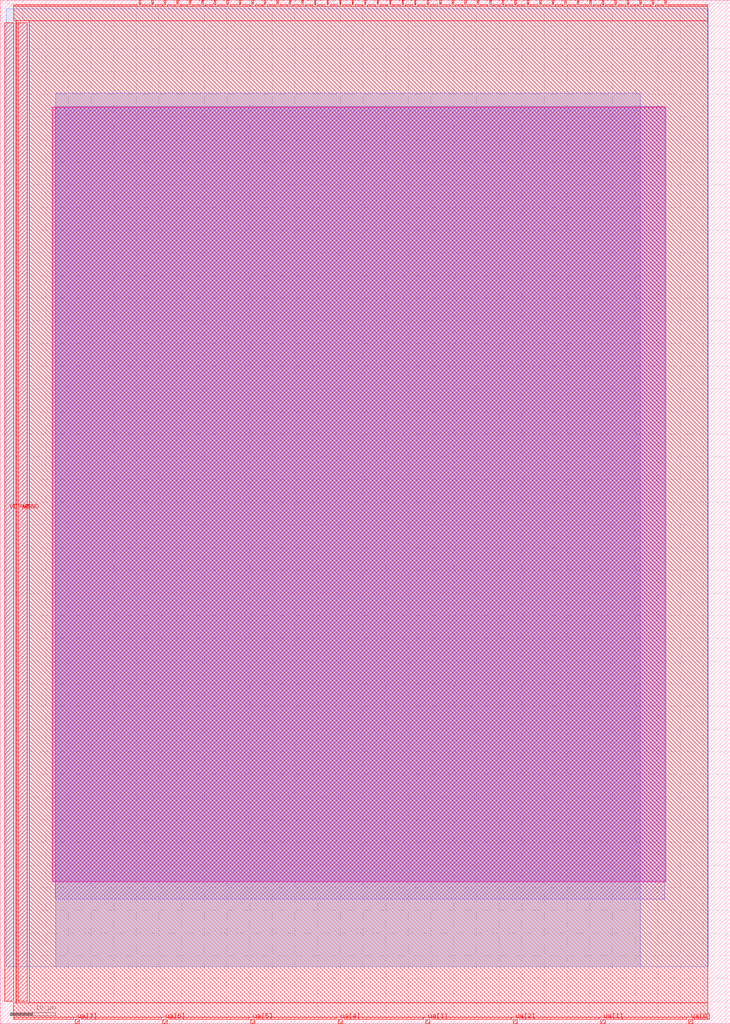
<source format=lef>
VERSION 5.7 ;
  NOWIREEXTENSIONATPIN ON ;
  DIVIDERCHAR "/" ;
  BUSBITCHARS "[]" ;
MACRO tt_um_hugodiasg_temp_sensor_clock_divider
  CLASS BLOCK ;
  FOREIGN tt_um_hugodiasg_temp_sensor_clock_divider ;
  ORIGIN 0.000 0.000 ;
  SIZE 161.000 BY 225.760 ;
  PIN clk
    DIRECTION INPUT ;
    USE SIGNAL ;
    ANTENNAGATEAREA 0.355500 ;
    PORT
      LAYER met4 ;
        RECT 143.830 224.760 144.130 225.760 ;
    END
  END clk
  PIN ena
    DIRECTION INPUT ;
    USE SIGNAL ;
    PORT
      LAYER met4 ;
        RECT 146.590 224.760 146.890 225.760 ;
    END
  END ena
  PIN rst_n
    DIRECTION INPUT ;
    USE SIGNAL ;
    ANTENNAGATEAREA 0.196500 ;
    PORT
      LAYER met4 ;
        RECT 141.070 224.760 141.370 225.760 ;
    END
  END rst_n
  PIN ua[0]
    DIRECTION INOUT ;
    USE SIGNAL ;
    PORT
      LAYER met4 ;
        RECT 151.810 0.000 152.710 1.000 ;
    END
  END ua[0]
  PIN ua[1]
    DIRECTION INOUT ;
    USE SIGNAL ;
    ANTENNAGATEAREA 30.224998 ;
    ANTENNADIFFAREA 18.850000 ;
    PORT
      LAYER met4 ;
        RECT 132.490 0.000 133.390 1.000 ;
    END
  END ua[1]
  PIN ua[2]
    DIRECTION INOUT ;
    USE SIGNAL ;
    ANTENNAGATEAREA 3.000000 ;
    ANTENNADIFFAREA 0.580000 ;
    PORT
      LAYER met4 ;
        RECT 113.170 0.000 114.070 1.000 ;
    END
  END ua[2]
  PIN ua[3]
    DIRECTION INOUT ;
    USE SIGNAL ;
    ANTENNAGATEAREA 4.225000 ;
    ANTENNADIFFAREA 12.156000 ;
    PORT
      LAYER met4 ;
        RECT 93.850 0.000 94.750 1.000 ;
    END
  END ua[3]
  PIN ua[4]
    DIRECTION INOUT ;
    USE SIGNAL ;
    PORT
      LAYER met4 ;
        RECT 74.530 0.000 75.430 1.000 ;
    END
  END ua[4]
  PIN ua[5]
    DIRECTION INOUT ;
    USE SIGNAL ;
    PORT
      LAYER met4 ;
        RECT 55.210 0.000 56.110 1.000 ;
    END
  END ua[5]
  PIN ua[6]
    DIRECTION INOUT ;
    USE SIGNAL ;
    PORT
      LAYER met4 ;
        RECT 35.890 0.000 36.790 1.000 ;
    END
  END ua[6]
  PIN ua[7]
    DIRECTION INOUT ;
    USE SIGNAL ;
    PORT
      LAYER met4 ;
        RECT 16.570 0.000 17.470 1.000 ;
    END
  END ua[7]
  PIN ui_in[0]
    DIRECTION INPUT ;
    USE SIGNAL ;
    ANTENNAGATEAREA 0.196500 ;
    PORT
      LAYER met4 ;
        RECT 138.310 224.760 138.610 225.760 ;
    END
  END ui_in[0]
  PIN ui_in[1]
    DIRECTION INPUT ;
    USE SIGNAL ;
    ANTENNAGATEAREA 0.196500 ;
    PORT
      LAYER met4 ;
        RECT 135.550 224.760 135.850 225.760 ;
    END
  END ui_in[1]
  PIN ui_in[2]
    DIRECTION INPUT ;
    USE SIGNAL ;
    ANTENNAGATEAREA 0.196500 ;
    PORT
      LAYER met4 ;
        RECT 132.790 224.760 133.090 225.760 ;
    END
  END ui_in[2]
  PIN ui_in[3]
    DIRECTION INPUT ;
    USE SIGNAL ;
    ANTENNAGATEAREA 0.213000 ;
    PORT
      LAYER met4 ;
        RECT 130.030 224.760 130.330 225.760 ;
    END
  END ui_in[3]
  PIN ui_in[4]
    DIRECTION INPUT ;
    USE SIGNAL ;
    ANTENNAGATEAREA 0.247500 ;
    PORT
      LAYER met4 ;
        RECT 127.270 224.760 127.570 225.760 ;
    END
  END ui_in[4]
  PIN ui_in[5]
    DIRECTION INPUT ;
    USE SIGNAL ;
    ANTENNAGATEAREA 0.196500 ;
    PORT
      LAYER met4 ;
        RECT 124.510 224.760 124.810 225.760 ;
    END
  END ui_in[5]
  PIN ui_in[6]
    DIRECTION INPUT ;
    USE SIGNAL ;
    ANTENNAGATEAREA 0.247500 ;
    PORT
      LAYER met4 ;
        RECT 121.750 224.760 122.050 225.760 ;
    END
  END ui_in[6]
  PIN ui_in[7]
    DIRECTION INPUT ;
    USE SIGNAL ;
    ANTENNAGATEAREA 0.247500 ;
    PORT
      LAYER met4 ;
        RECT 118.990 224.760 119.290 225.760 ;
    END
  END ui_in[7]
  PIN uio_in[0]
    DIRECTION INPUT ;
    USE SIGNAL ;
    PORT
      LAYER met4 ;
        RECT 116.230 224.760 116.530 225.760 ;
    END
  END uio_in[0]
  PIN uio_in[1]
    DIRECTION INPUT ;
    USE SIGNAL ;
    PORT
      LAYER met4 ;
        RECT 113.470 224.760 113.770 225.760 ;
    END
  END uio_in[1]
  PIN uio_in[2]
    DIRECTION INPUT ;
    USE SIGNAL ;
    PORT
      LAYER met4 ;
        RECT 110.710 224.760 111.010 225.760 ;
    END
  END uio_in[2]
  PIN uio_in[3]
    DIRECTION INPUT ;
    USE SIGNAL ;
    PORT
      LAYER met4 ;
        RECT 107.950 224.760 108.250 225.760 ;
    END
  END uio_in[3]
  PIN uio_in[4]
    DIRECTION INPUT ;
    USE SIGNAL ;
    PORT
      LAYER met4 ;
        RECT 105.190 224.760 105.490 225.760 ;
    END
  END uio_in[4]
  PIN uio_in[5]
    DIRECTION INPUT ;
    USE SIGNAL ;
    PORT
      LAYER met4 ;
        RECT 102.430 224.760 102.730 225.760 ;
    END
  END uio_in[5]
  PIN uio_in[6]
    DIRECTION INPUT ;
    USE SIGNAL ;
    PORT
      LAYER met4 ;
        RECT 99.670 224.760 99.970 225.760 ;
    END
  END uio_in[6]
  PIN uio_in[7]
    DIRECTION INPUT ;
    USE SIGNAL ;
    PORT
      LAYER met4 ;
        RECT 96.910 224.760 97.210 225.760 ;
    END
  END uio_in[7]
  PIN uio_oe[0]
    DIRECTION OUTPUT ;
    USE SIGNAL ;
    PORT
      LAYER met4 ;
        RECT 49.990 224.760 50.290 225.760 ;
    END
  END uio_oe[0]
  PIN uio_oe[1]
    DIRECTION OUTPUT ;
    USE SIGNAL ;
    PORT
      LAYER met4 ;
        RECT 47.230 224.760 47.530 225.760 ;
    END
  END uio_oe[1]
  PIN uio_oe[2]
    DIRECTION OUTPUT ;
    USE SIGNAL ;
    PORT
      LAYER met4 ;
        RECT 44.470 224.760 44.770 225.760 ;
    END
  END uio_oe[2]
  PIN uio_oe[3]
    DIRECTION OUTPUT ;
    USE SIGNAL ;
    PORT
      LAYER met4 ;
        RECT 41.710 224.760 42.010 225.760 ;
    END
  END uio_oe[3]
  PIN uio_oe[4]
    DIRECTION OUTPUT ;
    USE SIGNAL ;
    PORT
      LAYER met4 ;
        RECT 38.950 224.760 39.250 225.760 ;
    END
  END uio_oe[4]
  PIN uio_oe[5]
    DIRECTION OUTPUT ;
    USE SIGNAL ;
    PORT
      LAYER met4 ;
        RECT 36.190 224.760 36.490 225.760 ;
    END
  END uio_oe[5]
  PIN uio_oe[6]
    DIRECTION OUTPUT ;
    USE SIGNAL ;
    PORT
      LAYER met4 ;
        RECT 33.430 224.760 33.730 225.760 ;
    END
  END uio_oe[6]
  PIN uio_oe[7]
    DIRECTION OUTPUT ;
    USE SIGNAL ;
    PORT
      LAYER met4 ;
        RECT 30.670 224.760 30.970 225.760 ;
    END
  END uio_oe[7]
  PIN uio_out[0]
    DIRECTION OUTPUT ;
    USE SIGNAL ;
    PORT
      LAYER met4 ;
        RECT 72.070 224.760 72.370 225.760 ;
    END
  END uio_out[0]
  PIN uio_out[1]
    DIRECTION OUTPUT ;
    USE SIGNAL ;
    PORT
      LAYER met4 ;
        RECT 69.310 224.760 69.610 225.760 ;
    END
  END uio_out[1]
  PIN uio_out[2]
    DIRECTION OUTPUT ;
    USE SIGNAL ;
    PORT
      LAYER met4 ;
        RECT 66.550 224.760 66.850 225.760 ;
    END
  END uio_out[2]
  PIN uio_out[3]
    DIRECTION OUTPUT ;
    USE SIGNAL ;
    PORT
      LAYER met4 ;
        RECT 63.790 224.760 64.090 225.760 ;
    END
  END uio_out[3]
  PIN uio_out[4]
    DIRECTION OUTPUT ;
    USE SIGNAL ;
    PORT
      LAYER met4 ;
        RECT 61.030 224.760 61.330 225.760 ;
    END
  END uio_out[4]
  PIN uio_out[5]
    DIRECTION OUTPUT ;
    USE SIGNAL ;
    PORT
      LAYER met4 ;
        RECT 58.270 224.760 58.570 225.760 ;
    END
  END uio_out[5]
  PIN uio_out[6]
    DIRECTION OUTPUT ;
    USE SIGNAL ;
    PORT
      LAYER met4 ;
        RECT 55.510 224.760 55.810 225.760 ;
    END
  END uio_out[6]
  PIN uio_out[7]
    DIRECTION OUTPUT ;
    USE SIGNAL ;
    PORT
      LAYER met4 ;
        RECT 52.750 224.760 53.050 225.760 ;
    END
  END uio_out[7]
  PIN uo_out[0]
    DIRECTION OUTPUT ;
    USE SIGNAL ;
    ANTENNADIFFAREA 0.891000 ;
    PORT
      LAYER met4 ;
        RECT 94.150 224.760 94.450 225.760 ;
    END
  END uo_out[0]
  PIN uo_out[1]
    DIRECTION OUTPUT ;
    USE SIGNAL ;
    PORT
      LAYER met4 ;
        RECT 91.390 224.760 91.690 225.760 ;
    END
  END uo_out[1]
  PIN uo_out[2]
    DIRECTION OUTPUT ;
    USE SIGNAL ;
    PORT
      LAYER met4 ;
        RECT 88.630 224.760 88.930 225.760 ;
    END
  END uo_out[2]
  PIN uo_out[3]
    DIRECTION OUTPUT ;
    USE SIGNAL ;
    PORT
      LAYER met4 ;
        RECT 85.870 224.760 86.170 225.760 ;
    END
  END uo_out[3]
  PIN uo_out[4]
    DIRECTION OUTPUT ;
    USE SIGNAL ;
    PORT
      LAYER met4 ;
        RECT 83.110 224.760 83.410 225.760 ;
    END
  END uo_out[4]
  PIN uo_out[5]
    DIRECTION OUTPUT ;
    USE SIGNAL ;
    PORT
      LAYER met4 ;
        RECT 80.350 224.760 80.650 225.760 ;
    END
  END uo_out[5]
  PIN uo_out[6]
    DIRECTION OUTPUT ;
    USE SIGNAL ;
    PORT
      LAYER met4 ;
        RECT 77.590 224.760 77.890 225.760 ;
    END
  END uo_out[6]
  PIN uo_out[7]
    DIRECTION OUTPUT ;
    USE SIGNAL ;
    ANTENNADIFFAREA 0.429000 ;
    PORT
      LAYER met4 ;
        RECT 74.830 224.760 75.130 225.760 ;
    END
  END uo_out[7]
  PIN VDPWR
    DIRECTION INOUT ;
    USE POWER ;
    PORT
      LAYER met4 ;
        RECT 1.000 5.000 3.000 220.760 ;
    END
  END VDPWR
  PIN VGND
    DIRECTION INOUT ;
    USE GROUND ;
    PORT
      LAYER met4 ;
        RECT 4.000 5.000 6.000 220.760 ;
    END
  END VGND
  OBS
      LAYER nwell ;
        RECT 11.500 31.320 146.730 202.165 ;
      LAYER li1 ;
        RECT 11.680 31.500 146.540 202.165 ;
      LAYER met1 ;
        RECT 12.150 27.500 146.540 202.320 ;
      LAYER met2 ;
        RECT 12.200 12.600 141.100 205.250 ;
      LAYER met3 ;
        RECT 1.350 12.600 156.100 223.900 ;
      LAYER met4 ;
        RECT 3.000 224.360 30.270 224.760 ;
        RECT 31.370 224.360 33.030 224.760 ;
        RECT 34.130 224.360 35.790 224.760 ;
        RECT 36.890 224.360 38.550 224.760 ;
        RECT 39.650 224.360 41.310 224.760 ;
        RECT 42.410 224.360 44.070 224.760 ;
        RECT 45.170 224.360 46.830 224.760 ;
        RECT 47.930 224.360 49.590 224.760 ;
        RECT 50.690 224.360 52.350 224.760 ;
        RECT 53.450 224.360 55.110 224.760 ;
        RECT 56.210 224.360 57.870 224.760 ;
        RECT 58.970 224.360 60.630 224.760 ;
        RECT 61.730 224.360 63.390 224.760 ;
        RECT 64.490 224.360 66.150 224.760 ;
        RECT 67.250 224.360 68.910 224.760 ;
        RECT 70.010 224.360 71.670 224.760 ;
        RECT 72.770 224.360 74.430 224.760 ;
        RECT 75.530 224.360 77.190 224.760 ;
        RECT 78.290 224.360 79.950 224.760 ;
        RECT 81.050 224.360 82.710 224.760 ;
        RECT 83.810 224.360 85.470 224.760 ;
        RECT 86.570 224.360 88.230 224.760 ;
        RECT 89.330 224.360 90.990 224.760 ;
        RECT 92.090 224.360 93.750 224.760 ;
        RECT 94.850 224.360 96.510 224.760 ;
        RECT 97.610 224.360 99.270 224.760 ;
        RECT 100.370 224.360 102.030 224.760 ;
        RECT 103.130 224.360 104.790 224.760 ;
        RECT 105.890 224.360 107.550 224.760 ;
        RECT 108.650 224.360 110.310 224.760 ;
        RECT 111.410 224.360 113.070 224.760 ;
        RECT 114.170 224.360 115.830 224.760 ;
        RECT 116.930 224.360 118.590 224.760 ;
        RECT 119.690 224.360 121.350 224.760 ;
        RECT 122.450 224.360 124.110 224.760 ;
        RECT 125.210 224.360 126.870 224.760 ;
        RECT 127.970 224.360 129.630 224.760 ;
        RECT 130.730 224.360 132.390 224.760 ;
        RECT 133.490 224.360 135.150 224.760 ;
        RECT 136.250 224.360 137.910 224.760 ;
        RECT 139.010 224.360 140.670 224.760 ;
        RECT 141.770 224.360 143.430 224.760 ;
        RECT 144.530 224.360 146.190 224.760 ;
        RECT 147.290 224.360 156.040 224.760 ;
        RECT 3.000 221.160 156.040 224.360 ;
        RECT 3.400 4.600 3.600 221.160 ;
        RECT 6.400 4.600 156.040 221.160 ;
        RECT 3.000 1.400 156.040 4.600 ;
        RECT 3.000 1.000 16.170 1.400 ;
        RECT 17.870 1.000 35.490 1.400 ;
        RECT 37.190 1.000 54.810 1.400 ;
        RECT 56.510 1.000 74.130 1.400 ;
        RECT 75.830 1.000 93.450 1.400 ;
        RECT 95.150 1.000 112.770 1.400 ;
        RECT 114.470 1.000 132.090 1.400 ;
        RECT 133.790 1.000 151.410 1.400 ;
        RECT 153.110 1.000 156.040 1.400 ;
  END
END tt_um_hugodiasg_temp_sensor_clock_divider
END LIBRARY


</source>
